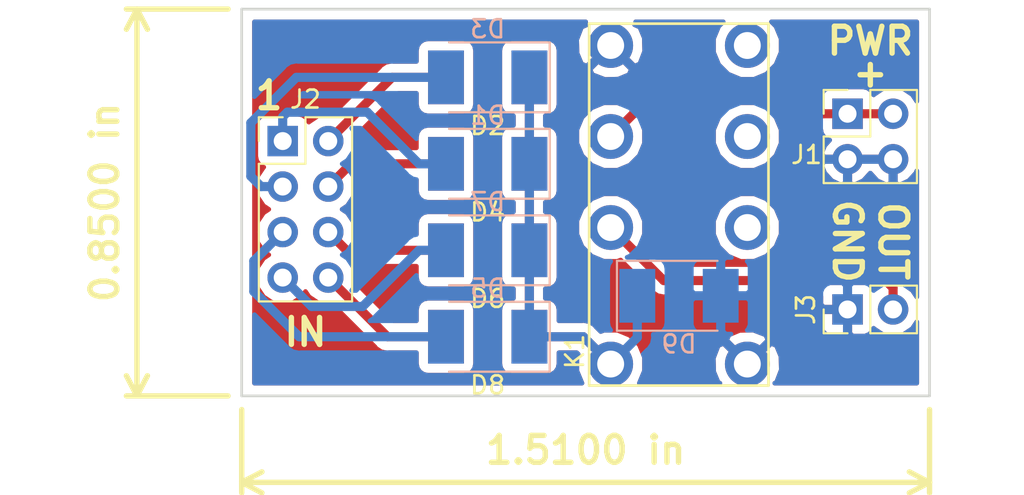
<source format=kicad_pcb>
(kicad_pcb (version 20171130) (host pcbnew 5.0.1)

  (general
    (thickness 1.6)
    (drawings 12)
    (tracks 50)
    (zones 0)
    (modules 13)
    (nets 13)
  )

  (page A4)
  (layers
    (0 F.Cu signal)
    (31 B.Cu signal)
    (32 B.Adhes user)
    (33 F.Adhes user)
    (34 B.Paste user)
    (35 F.Paste user)
    (36 B.SilkS user)
    (37 F.SilkS user)
    (38 B.Mask user)
    (39 F.Mask user)
    (40 Dwgs.User user)
    (41 Cmts.User user)
    (42 Eco1.User user)
    (43 Eco2.User user)
    (44 Edge.Cuts user)
    (45 Margin user)
    (46 B.CrtYd user)
    (47 F.CrtYd user)
    (48 B.Fab user)
    (49 F.Fab user)
  )

  (setup
    (last_trace_width 0.508)
    (trace_clearance 0.508)
    (zone_clearance 0.508)
    (zone_45_only no)
    (trace_min 0.2)
    (segment_width 0.2)
    (edge_width 0.15)
    (via_size 0.6858)
    (via_drill 0.3302)
    (via_min_size 0.4)
    (via_min_drill 0.3)
    (uvia_size 0.6858)
    (uvia_drill 0.3302)
    (uvias_allowed no)
    (uvia_min_size 0.2)
    (uvia_min_drill 0.1)
    (pcb_text_width 0.3)
    (pcb_text_size 1.5 1.5)
    (mod_edge_width 0.15)
    (mod_text_size 1 1)
    (mod_text_width 0.15)
    (pad_size 1.524 1.524)
    (pad_drill 0.762)
    (pad_to_mask_clearance 0.051)
    (solder_mask_min_width 0.25)
    (aux_axis_origin 0 0)
    (visible_elements FFFFFF7F)
    (pcbplotparams
      (layerselection 0x010fc_ffffffff)
      (usegerberextensions false)
      (usegerberattributes false)
      (usegerberadvancedattributes false)
      (creategerberjobfile false)
      (excludeedgelayer true)
      (linewidth 0.100000)
      (plotframeref false)
      (viasonmask false)
      (mode 1)
      (useauxorigin false)
      (hpglpennumber 1)
      (hpglpenspeed 20)
      (hpglpendiameter 15.000000)
      (psnegative false)
      (psa4output false)
      (plotreference true)
      (plotvalue true)
      (plotinvisibletext false)
      (padsonsilk false)
      (subtractmaskfromsilk false)
      (outputformat 1)
      (mirror false)
      (drillshape 1)
      (scaleselection 1)
      (outputdirectory ""))
  )

  (net 0 "")
  (net 1 "Net-(D1-Pad2)")
  (net 2 "Net-(D1-Pad1)")
  (net 3 "Net-(D2-Pad2)")
  (net 4 "Net-(D3-Pad2)")
  (net 5 "Net-(D4-Pad2)")
  (net 6 "Net-(D5-Pad2)")
  (net 7 "Net-(D6-Pad2)")
  (net 8 "Net-(D7-Pad2)")
  (net 9 "Net-(D8-Pad2)")
  (net 10 GND)
  (net 11 +12V)
  (net 12 "Net-(J3-Pad2)")

  (net_class Default "This is the default net class."
    (clearance 0.508)
    (trace_width 0.508)
    (via_dia 0.6858)
    (via_drill 0.3302)
    (uvia_dia 0.6858)
    (uvia_drill 0.3302)
    (add_net +12V)
    (add_net GND)
    (add_net "Net-(D1-Pad1)")
    (add_net "Net-(D1-Pad2)")
    (add_net "Net-(D2-Pad2)")
    (add_net "Net-(D3-Pad2)")
    (add_net "Net-(D4-Pad2)")
    (add_net "Net-(D5-Pad2)")
    (add_net "Net-(D6-Pad2)")
    (add_net "Net-(D7-Pad2)")
    (add_net "Net-(D8-Pad2)")
    (add_net "Net-(J3-Pad2)")
  )

  (module hk19f:Relay_DPDT_HK19F (layer F.Cu) (tedit 5A500469) (tstamp 5C26294E)
    (at 158.496 112.776 90)
    (path /5C26B097)
    (fp_text reference K1 (at 0.7 -2 90) (layer F.SilkS)
      (effects (font (size 1 1) (thickness 0.15)))
    )
    (fp_text value HK19F (at 5.7 9.7 270) (layer F.Fab)
      (effects (font (size 1 1) (thickness 0.15)))
    )
    (fp_line (start 7.62 1.524) (end 7.62 2.54) (layer F.Fab) (width 0.15))
    (fp_line (start 7.62 2.54) (end 12.954 2.032) (layer F.Fab) (width 0.15))
    (fp_line (start 12.7 3.302) (end 12.7 2.794) (layer F.Fab) (width 0.15))
    (fp_line (start 12.7 4.318) (end 12.7 4.826) (layer F.Fab) (width 0.15))
    (fp_line (start 17.78 4.318) (end 17.78 6.096) (layer F.Fab) (width 0.15))
    (fp_line (start 17.78 1.524) (end 17.78 3.302) (layer F.Fab) (width 0.15))
    (fp_line (start 7.62 5.08) (end 12.954 5.588) (layer F.Fab) (width 0.15))
    (fp_line (start 7.62 6.096) (end 7.62 5.08) (layer F.Fab) (width 0.15))
    (fp_line (start 12.7 3.302) (end 17.78 3.302) (layer F.Fab) (width 0.15))
    (fp_line (start 12.7 4.318) (end 17.78 4.318) (layer F.Fab) (width 0.15))
    (fp_line (start 12.7 6.096) (end 12.7 5.588) (layer F.Fab) (width 0.15))
    (fp_line (start 12.7 1.524) (end 12.7 2.032) (layer F.Fab) (width 0.15))
    (fp_line (start 0 5.08) (end 0 5.715) (layer F.Fab) (width 0.15))
    (fp_arc (start 0 4.445) (end 0 5.08) (angle 90) (layer F.Fab) (width 0.15))
    (fp_arc (start 0 4.445) (end -0.635 4.445) (angle 90) (layer F.Fab) (width 0.15))
    (fp_arc (start 0 3.175) (end 0 3.81) (angle 90) (layer F.Fab) (width 0.15))
    (fp_arc (start 0 3.175) (end -0.635 3.175) (angle 90) (layer F.Fab) (width 0.15))
    (fp_line (start 0 1.905) (end 0 2.54) (layer F.Fab) (width 0.15))
    (fp_line (start -1.2 -1.2) (end -1.2 8.8) (layer F.SilkS) (width 0.15))
    (fp_line (start -1.2 8.8) (end 19 8.8) (layer F.SilkS) (width 0.15))
    (fp_line (start 19 8.8) (end 19 -1.2) (layer F.SilkS) (width 0.15))
    (fp_line (start 19 -1.2) (end -1.2 -1.2) (layer F.SilkS) (width 0.15))
    (pad 9 thru_hole circle (at 17.78 7.62 90) (size 2.5 2.5) (drill 1.5) (layers *.Cu *.Mask))
    (pad 11 thru_hole circle (at 12.7 7.62 90) (size 2.5 2.5) (drill 1.5) (layers *.Cu *.Mask))
    (pad 8 thru_hole circle (at 17.78 0 90) (size 2.5 2.5) (drill 1.5) (layers *.Cu *.Mask)
      (net 10 GND))
    (pad 6 thru_hole circle (at 12.7 0 90) (size 2.5 2.5) (drill 1.5) (layers *.Cu *.Mask)
      (net 11 +12V))
    (pad 13 thru_hole circle (at 7.62 7.62 90) (size 2.5 2.5) (drill 1.5) (layers *.Cu *.Mask))
    (pad 4 thru_hole circle (at 7.62 0 90) (size 2.5 2.5) (drill 1.5) (layers *.Cu *.Mask)
      (net 12 "Net-(J3-Pad2)"))
    (pad 16 thru_hole circle (at 0 7.62 90) (size 2.5 2.5) (drill 1.5) (layers *.Cu *.Mask)
      (net 10 GND))
    (pad 1 thru_hole circle (at 0 0 90) (size 2.5 2.5) (drill 1.5) (layers *.Cu *.Mask)
      (net 2 "Net-(D1-Pad1)"))
  )

  (module Diodes_SMD:D_2114 (layer B.Cu) (tedit 590CF38C) (tstamp 5C262D44)
    (at 151.638 101.6 180)
    (descr "Diode SMD 2114, reflow soldering http://datasheets.avx.com/schottky.pdf")
    (tags "Diode 2114")
    (path /5C262F0E)
    (attr smd)
    (fp_text reference D1 (at 0 2.7 180) (layer B.SilkS)
      (effects (font (size 1 1) (thickness 0.15)) (justify mirror))
    )
    (fp_text value D (at 0 -2.8 180) (layer B.Fab)
      (effects (font (size 1 1) (thickness 0.15)) (justify mirror))
    )
    (fp_line (start 2.6 -1.8) (end 2.6 1.8) (layer B.Fab) (width 0.1))
    (fp_line (start 2.6 -1.8) (end -2.6 -1.8) (layer B.Fab) (width 0.1))
    (fp_line (start -3.46 1.95) (end 2.15 1.95) (layer B.SilkS) (width 0.12))
    (fp_line (start -3.46 -1.95) (end 2.15 -1.95) (layer B.SilkS) (width 0.12))
    (fp_line (start -0.64944 -0.00102) (end 0.50118 0.79908) (layer B.Fab) (width 0.1))
    (fp_line (start -0.64944 -0.00102) (end 0.50118 -0.75032) (layer B.Fab) (width 0.1))
    (fp_line (start 0.50118 -0.75032) (end 0.50118 0.79908) (layer B.Fab) (width 0.1))
    (fp_line (start -0.64944 0.79908) (end -0.64944 -0.80112) (layer B.Fab) (width 0.1))
    (fp_line (start 0.50118 -0.00102) (end 1.4994 -0.00102) (layer B.Fab) (width 0.1))
    (fp_line (start -0.64944 -0.00102) (end -1.55114 -0.00102) (layer B.Fab) (width 0.1))
    (fp_line (start -3.61 -2.1) (end -3.61 2.1) (layer B.CrtYd) (width 0.05))
    (fp_line (start 3.61 -2.1) (end -3.61 -2.1) (layer B.CrtYd) (width 0.05))
    (fp_line (start 3.61 2.1) (end 3.61 -2.1) (layer B.CrtYd) (width 0.05))
    (fp_line (start -3.61 2.1) (end 3.61 2.1) (layer B.CrtYd) (width 0.05))
    (fp_line (start 2.6 1.8) (end -2.6 1.8) (layer B.Fab) (width 0.1))
    (fp_line (start -2.6 -1.8) (end -2.6 1.8) (layer B.Fab) (width 0.1))
    (fp_line (start -3.46 1.95) (end -3.46 -1.95) (layer B.SilkS) (width 0.12))
    (fp_text user %R (at 0 2.7 180) (layer B.Fab)
      (effects (font (size 1 1) (thickness 0.15)) (justify mirror))
    )
    (pad 2 smd rect (at 2.325 0 180) (size 2 3) (layers B.Cu B.Paste B.Mask)
      (net 1 "Net-(D1-Pad2)"))
    (pad 1 smd rect (at -2.325 0 180) (size 2 3) (layers B.Cu B.Paste B.Mask)
      (net 2 "Net-(D1-Pad1)"))
    (model ${KISYS3DMOD}/Diodes_SMD.3dshapes/D_2114.wrl
      (at (xyz 0 0 0))
      (scale (xyz 1 1 1))
      (rotate (xyz 0 0 0))
    )
  )

  (module Diodes_SMD:D_2114 (layer F.Cu) (tedit 590CF38C) (tstamp 5C262D5C)
    (at 151.638 96.774 180)
    (descr "Diode SMD 2114, reflow soldering http://datasheets.avx.com/schottky.pdf")
    (tags "Diode 2114")
    (path /5C262FA4)
    (attr smd)
    (fp_text reference D2 (at 0 -2.7 180) (layer F.SilkS)
      (effects (font (size 1 1) (thickness 0.15)))
    )
    (fp_text value D (at 0 2.8 180) (layer F.Fab)
      (effects (font (size 1 1) (thickness 0.15)))
    )
    (fp_text user %R (at 0 -2.7 180) (layer F.Fab)
      (effects (font (size 1 1) (thickness 0.15)))
    )
    (fp_line (start -3.46 -1.95) (end -3.46 1.95) (layer F.SilkS) (width 0.12))
    (fp_line (start -2.6 1.8) (end -2.6 -1.8) (layer F.Fab) (width 0.1))
    (fp_line (start 2.6 -1.8) (end -2.6 -1.8) (layer F.Fab) (width 0.1))
    (fp_line (start -3.61 -2.1) (end 3.61 -2.1) (layer F.CrtYd) (width 0.05))
    (fp_line (start 3.61 -2.1) (end 3.61 2.1) (layer F.CrtYd) (width 0.05))
    (fp_line (start 3.61 2.1) (end -3.61 2.1) (layer F.CrtYd) (width 0.05))
    (fp_line (start -3.61 2.1) (end -3.61 -2.1) (layer F.CrtYd) (width 0.05))
    (fp_line (start -0.64944 0.00102) (end -1.55114 0.00102) (layer F.Fab) (width 0.1))
    (fp_line (start 0.50118 0.00102) (end 1.4994 0.00102) (layer F.Fab) (width 0.1))
    (fp_line (start -0.64944 -0.79908) (end -0.64944 0.80112) (layer F.Fab) (width 0.1))
    (fp_line (start 0.50118 0.75032) (end 0.50118 -0.79908) (layer F.Fab) (width 0.1))
    (fp_line (start -0.64944 0.00102) (end 0.50118 0.75032) (layer F.Fab) (width 0.1))
    (fp_line (start -0.64944 0.00102) (end 0.50118 -0.79908) (layer F.Fab) (width 0.1))
    (fp_line (start -3.46 1.95) (end 2.15 1.95) (layer F.SilkS) (width 0.12))
    (fp_line (start -3.46 -1.95) (end 2.15 -1.95) (layer F.SilkS) (width 0.12))
    (fp_line (start 2.6 1.8) (end -2.6 1.8) (layer F.Fab) (width 0.1))
    (fp_line (start 2.6 1.8) (end 2.6 -1.8) (layer F.Fab) (width 0.1))
    (pad 1 smd rect (at -2.325 0 180) (size 2 3) (layers F.Cu F.Paste F.Mask)
      (net 2 "Net-(D1-Pad1)"))
    (pad 2 smd rect (at 2.325 0 180) (size 2 3) (layers F.Cu F.Paste F.Mask)
      (net 3 "Net-(D2-Pad2)"))
    (model ${KISYS3DMOD}/Diodes_SMD.3dshapes/D_2114.wrl
      (at (xyz 0 0 0))
      (scale (xyz 1 1 1))
      (rotate (xyz 0 0 0))
    )
  )

  (module Diodes_SMD:D_2114 (layer B.Cu) (tedit 590CF38C) (tstamp 5C262D74)
    (at 151.638 96.774 180)
    (descr "Diode SMD 2114, reflow soldering http://datasheets.avx.com/schottky.pdf")
    (tags "Diode 2114")
    (path /5C262FC2)
    (attr smd)
    (fp_text reference D3 (at 0 2.7 180) (layer B.SilkS)
      (effects (font (size 1 1) (thickness 0.15)) (justify mirror))
    )
    (fp_text value D (at 0 -2.8 180) (layer B.Fab)
      (effects (font (size 1 1) (thickness 0.15)) (justify mirror))
    )
    (fp_line (start 2.6 -1.8) (end 2.6 1.8) (layer B.Fab) (width 0.1))
    (fp_line (start 2.6 -1.8) (end -2.6 -1.8) (layer B.Fab) (width 0.1))
    (fp_line (start -3.46 1.95) (end 2.15 1.95) (layer B.SilkS) (width 0.12))
    (fp_line (start -3.46 -1.95) (end 2.15 -1.95) (layer B.SilkS) (width 0.12))
    (fp_line (start -0.64944 -0.00102) (end 0.50118 0.79908) (layer B.Fab) (width 0.1))
    (fp_line (start -0.64944 -0.00102) (end 0.50118 -0.75032) (layer B.Fab) (width 0.1))
    (fp_line (start 0.50118 -0.75032) (end 0.50118 0.79908) (layer B.Fab) (width 0.1))
    (fp_line (start -0.64944 0.79908) (end -0.64944 -0.80112) (layer B.Fab) (width 0.1))
    (fp_line (start 0.50118 -0.00102) (end 1.4994 -0.00102) (layer B.Fab) (width 0.1))
    (fp_line (start -0.64944 -0.00102) (end -1.55114 -0.00102) (layer B.Fab) (width 0.1))
    (fp_line (start -3.61 -2.1) (end -3.61 2.1) (layer B.CrtYd) (width 0.05))
    (fp_line (start 3.61 -2.1) (end -3.61 -2.1) (layer B.CrtYd) (width 0.05))
    (fp_line (start 3.61 2.1) (end 3.61 -2.1) (layer B.CrtYd) (width 0.05))
    (fp_line (start -3.61 2.1) (end 3.61 2.1) (layer B.CrtYd) (width 0.05))
    (fp_line (start 2.6 1.8) (end -2.6 1.8) (layer B.Fab) (width 0.1))
    (fp_line (start -2.6 -1.8) (end -2.6 1.8) (layer B.Fab) (width 0.1))
    (fp_line (start -3.46 1.95) (end -3.46 -1.95) (layer B.SilkS) (width 0.12))
    (fp_text user %R (at 0 2.7 180) (layer B.Fab)
      (effects (font (size 1 1) (thickness 0.15)) (justify mirror))
    )
    (pad 2 smd rect (at 2.325 0 180) (size 2 3) (layers B.Cu B.Paste B.Mask)
      (net 4 "Net-(D3-Pad2)"))
    (pad 1 smd rect (at -2.325 0 180) (size 2 3) (layers B.Cu B.Paste B.Mask)
      (net 2 "Net-(D1-Pad1)"))
    (model ${KISYS3DMOD}/Diodes_SMD.3dshapes/D_2114.wrl
      (at (xyz 0 0 0))
      (scale (xyz 1 1 1))
      (rotate (xyz 0 0 0))
    )
  )

  (module Diodes_SMD:D_2114 (layer F.Cu) (tedit 590CF38C) (tstamp 5C262D8C)
    (at 151.638 101.6 180)
    (descr "Diode SMD 2114, reflow soldering http://datasheets.avx.com/schottky.pdf")
    (tags "Diode 2114")
    (path /5C262FDE)
    (attr smd)
    (fp_text reference D4 (at 0 -2.7 180) (layer F.SilkS)
      (effects (font (size 1 1) (thickness 0.15)))
    )
    (fp_text value D (at 0 2.8 180) (layer F.Fab)
      (effects (font (size 1 1) (thickness 0.15)))
    )
    (fp_text user %R (at 0 -2.7 180) (layer F.Fab)
      (effects (font (size 1 1) (thickness 0.15)))
    )
    (fp_line (start -3.46 -1.95) (end -3.46 1.95) (layer F.SilkS) (width 0.12))
    (fp_line (start -2.6 1.8) (end -2.6 -1.8) (layer F.Fab) (width 0.1))
    (fp_line (start 2.6 -1.8) (end -2.6 -1.8) (layer F.Fab) (width 0.1))
    (fp_line (start -3.61 -2.1) (end 3.61 -2.1) (layer F.CrtYd) (width 0.05))
    (fp_line (start 3.61 -2.1) (end 3.61 2.1) (layer F.CrtYd) (width 0.05))
    (fp_line (start 3.61 2.1) (end -3.61 2.1) (layer F.CrtYd) (width 0.05))
    (fp_line (start -3.61 2.1) (end -3.61 -2.1) (layer F.CrtYd) (width 0.05))
    (fp_line (start -0.64944 0.00102) (end -1.55114 0.00102) (layer F.Fab) (width 0.1))
    (fp_line (start 0.50118 0.00102) (end 1.4994 0.00102) (layer F.Fab) (width 0.1))
    (fp_line (start -0.64944 -0.79908) (end -0.64944 0.80112) (layer F.Fab) (width 0.1))
    (fp_line (start 0.50118 0.75032) (end 0.50118 -0.79908) (layer F.Fab) (width 0.1))
    (fp_line (start -0.64944 0.00102) (end 0.50118 0.75032) (layer F.Fab) (width 0.1))
    (fp_line (start -0.64944 0.00102) (end 0.50118 -0.79908) (layer F.Fab) (width 0.1))
    (fp_line (start -3.46 1.95) (end 2.15 1.95) (layer F.SilkS) (width 0.12))
    (fp_line (start -3.46 -1.95) (end 2.15 -1.95) (layer F.SilkS) (width 0.12))
    (fp_line (start 2.6 1.8) (end -2.6 1.8) (layer F.Fab) (width 0.1))
    (fp_line (start 2.6 1.8) (end 2.6 -1.8) (layer F.Fab) (width 0.1))
    (pad 1 smd rect (at -2.325 0 180) (size 2 3) (layers F.Cu F.Paste F.Mask)
      (net 2 "Net-(D1-Pad1)"))
    (pad 2 smd rect (at 2.325 0 180) (size 2 3) (layers F.Cu F.Paste F.Mask)
      (net 5 "Net-(D4-Pad2)"))
    (model ${KISYS3DMOD}/Diodes_SMD.3dshapes/D_2114.wrl
      (at (xyz 0 0 0))
      (scale (xyz 1 1 1))
      (rotate (xyz 0 0 0))
    )
  )

  (module Diodes_SMD:D_2114 (layer B.Cu) (tedit 590CF38C) (tstamp 5C262DA4)
    (at 151.638 111.252 180)
    (descr "Diode SMD 2114, reflow soldering http://datasheets.avx.com/schottky.pdf")
    (tags "Diode 2114")
    (path /5C262FFC)
    (attr smd)
    (fp_text reference D5 (at 0 2.7 180) (layer B.SilkS)
      (effects (font (size 1 1) (thickness 0.15)) (justify mirror))
    )
    (fp_text value D (at 0 -2.8 180) (layer B.Fab)
      (effects (font (size 1 1) (thickness 0.15)) (justify mirror))
    )
    (fp_line (start 2.6 -1.8) (end 2.6 1.8) (layer B.Fab) (width 0.1))
    (fp_line (start 2.6 -1.8) (end -2.6 -1.8) (layer B.Fab) (width 0.1))
    (fp_line (start -3.46 1.95) (end 2.15 1.95) (layer B.SilkS) (width 0.12))
    (fp_line (start -3.46 -1.95) (end 2.15 -1.95) (layer B.SilkS) (width 0.12))
    (fp_line (start -0.64944 -0.00102) (end 0.50118 0.79908) (layer B.Fab) (width 0.1))
    (fp_line (start -0.64944 -0.00102) (end 0.50118 -0.75032) (layer B.Fab) (width 0.1))
    (fp_line (start 0.50118 -0.75032) (end 0.50118 0.79908) (layer B.Fab) (width 0.1))
    (fp_line (start -0.64944 0.79908) (end -0.64944 -0.80112) (layer B.Fab) (width 0.1))
    (fp_line (start 0.50118 -0.00102) (end 1.4994 -0.00102) (layer B.Fab) (width 0.1))
    (fp_line (start -0.64944 -0.00102) (end -1.55114 -0.00102) (layer B.Fab) (width 0.1))
    (fp_line (start -3.61 -2.1) (end -3.61 2.1) (layer B.CrtYd) (width 0.05))
    (fp_line (start 3.61 -2.1) (end -3.61 -2.1) (layer B.CrtYd) (width 0.05))
    (fp_line (start 3.61 2.1) (end 3.61 -2.1) (layer B.CrtYd) (width 0.05))
    (fp_line (start -3.61 2.1) (end 3.61 2.1) (layer B.CrtYd) (width 0.05))
    (fp_line (start 2.6 1.8) (end -2.6 1.8) (layer B.Fab) (width 0.1))
    (fp_line (start -2.6 -1.8) (end -2.6 1.8) (layer B.Fab) (width 0.1))
    (fp_line (start -3.46 1.95) (end -3.46 -1.95) (layer B.SilkS) (width 0.12))
    (fp_text user %R (at 0 2.7 180) (layer B.Fab)
      (effects (font (size 1 1) (thickness 0.15)) (justify mirror))
    )
    (pad 2 smd rect (at 2.325 0 180) (size 2 3) (layers B.Cu B.Paste B.Mask)
      (net 6 "Net-(D5-Pad2)"))
    (pad 1 smd rect (at -2.325 0 180) (size 2 3) (layers B.Cu B.Paste B.Mask)
      (net 2 "Net-(D1-Pad1)"))
    (model ${KISYS3DMOD}/Diodes_SMD.3dshapes/D_2114.wrl
      (at (xyz 0 0 0))
      (scale (xyz 1 1 1))
      (rotate (xyz 0 0 0))
    )
  )

  (module Diodes_SMD:D_2114 (layer F.Cu) (tedit 590CF38C) (tstamp 5C262DBC)
    (at 151.638 106.426 180)
    (descr "Diode SMD 2114, reflow soldering http://datasheets.avx.com/schottky.pdf")
    (tags "Diode 2114")
    (path /5C263020)
    (attr smd)
    (fp_text reference D6 (at 0 -2.7 180) (layer F.SilkS)
      (effects (font (size 1 1) (thickness 0.15)))
    )
    (fp_text value D (at 0 2.8 180) (layer F.Fab)
      (effects (font (size 1 1) (thickness 0.15)))
    )
    (fp_text user %R (at 0 -2.7 180) (layer F.Fab)
      (effects (font (size 1 1) (thickness 0.15)))
    )
    (fp_line (start -3.46 -1.95) (end -3.46 1.95) (layer F.SilkS) (width 0.12))
    (fp_line (start -2.6 1.8) (end -2.6 -1.8) (layer F.Fab) (width 0.1))
    (fp_line (start 2.6 -1.8) (end -2.6 -1.8) (layer F.Fab) (width 0.1))
    (fp_line (start -3.61 -2.1) (end 3.61 -2.1) (layer F.CrtYd) (width 0.05))
    (fp_line (start 3.61 -2.1) (end 3.61 2.1) (layer F.CrtYd) (width 0.05))
    (fp_line (start 3.61 2.1) (end -3.61 2.1) (layer F.CrtYd) (width 0.05))
    (fp_line (start -3.61 2.1) (end -3.61 -2.1) (layer F.CrtYd) (width 0.05))
    (fp_line (start -0.64944 0.00102) (end -1.55114 0.00102) (layer F.Fab) (width 0.1))
    (fp_line (start 0.50118 0.00102) (end 1.4994 0.00102) (layer F.Fab) (width 0.1))
    (fp_line (start -0.64944 -0.79908) (end -0.64944 0.80112) (layer F.Fab) (width 0.1))
    (fp_line (start 0.50118 0.75032) (end 0.50118 -0.79908) (layer F.Fab) (width 0.1))
    (fp_line (start -0.64944 0.00102) (end 0.50118 0.75032) (layer F.Fab) (width 0.1))
    (fp_line (start -0.64944 0.00102) (end 0.50118 -0.79908) (layer F.Fab) (width 0.1))
    (fp_line (start -3.46 1.95) (end 2.15 1.95) (layer F.SilkS) (width 0.12))
    (fp_line (start -3.46 -1.95) (end 2.15 -1.95) (layer F.SilkS) (width 0.12))
    (fp_line (start 2.6 1.8) (end -2.6 1.8) (layer F.Fab) (width 0.1))
    (fp_line (start 2.6 1.8) (end 2.6 -1.8) (layer F.Fab) (width 0.1))
    (pad 1 smd rect (at -2.325 0 180) (size 2 3) (layers F.Cu F.Paste F.Mask)
      (net 2 "Net-(D1-Pad1)"))
    (pad 2 smd rect (at 2.325 0 180) (size 2 3) (layers F.Cu F.Paste F.Mask)
      (net 7 "Net-(D6-Pad2)"))
    (model ${KISYS3DMOD}/Diodes_SMD.3dshapes/D_2114.wrl
      (at (xyz 0 0 0))
      (scale (xyz 1 1 1))
      (rotate (xyz 0 0 0))
    )
  )

  (module Diodes_SMD:D_2114 (layer B.Cu) (tedit 590CF38C) (tstamp 5C262DD4)
    (at 151.638 106.426 180)
    (descr "Diode SMD 2114, reflow soldering http://datasheets.avx.com/schottky.pdf")
    (tags "Diode 2114")
    (path /5C263042)
    (attr smd)
    (fp_text reference D7 (at 0 2.7 180) (layer B.SilkS)
      (effects (font (size 1 1) (thickness 0.15)) (justify mirror))
    )
    (fp_text value D (at 0 -2.8 180) (layer B.Fab)
      (effects (font (size 1 1) (thickness 0.15)) (justify mirror))
    )
    (fp_line (start 2.6 -1.8) (end 2.6 1.8) (layer B.Fab) (width 0.1))
    (fp_line (start 2.6 -1.8) (end -2.6 -1.8) (layer B.Fab) (width 0.1))
    (fp_line (start -3.46 1.95) (end 2.15 1.95) (layer B.SilkS) (width 0.12))
    (fp_line (start -3.46 -1.95) (end 2.15 -1.95) (layer B.SilkS) (width 0.12))
    (fp_line (start -0.64944 -0.00102) (end 0.50118 0.79908) (layer B.Fab) (width 0.1))
    (fp_line (start -0.64944 -0.00102) (end 0.50118 -0.75032) (layer B.Fab) (width 0.1))
    (fp_line (start 0.50118 -0.75032) (end 0.50118 0.79908) (layer B.Fab) (width 0.1))
    (fp_line (start -0.64944 0.79908) (end -0.64944 -0.80112) (layer B.Fab) (width 0.1))
    (fp_line (start 0.50118 -0.00102) (end 1.4994 -0.00102) (layer B.Fab) (width 0.1))
    (fp_line (start -0.64944 -0.00102) (end -1.55114 -0.00102) (layer B.Fab) (width 0.1))
    (fp_line (start -3.61 -2.1) (end -3.61 2.1) (layer B.CrtYd) (width 0.05))
    (fp_line (start 3.61 -2.1) (end -3.61 -2.1) (layer B.CrtYd) (width 0.05))
    (fp_line (start 3.61 2.1) (end 3.61 -2.1) (layer B.CrtYd) (width 0.05))
    (fp_line (start -3.61 2.1) (end 3.61 2.1) (layer B.CrtYd) (width 0.05))
    (fp_line (start 2.6 1.8) (end -2.6 1.8) (layer B.Fab) (width 0.1))
    (fp_line (start -2.6 -1.8) (end -2.6 1.8) (layer B.Fab) (width 0.1))
    (fp_line (start -3.46 1.95) (end -3.46 -1.95) (layer B.SilkS) (width 0.12))
    (fp_text user %R (at 0 2.7 180) (layer B.Fab)
      (effects (font (size 1 1) (thickness 0.15)) (justify mirror))
    )
    (pad 2 smd rect (at 2.325 0 180) (size 2 3) (layers B.Cu B.Paste B.Mask)
      (net 8 "Net-(D7-Pad2)"))
    (pad 1 smd rect (at -2.325 0 180) (size 2 3) (layers B.Cu B.Paste B.Mask)
      (net 2 "Net-(D1-Pad1)"))
    (model ${KISYS3DMOD}/Diodes_SMD.3dshapes/D_2114.wrl
      (at (xyz 0 0 0))
      (scale (xyz 1 1 1))
      (rotate (xyz 0 0 0))
    )
  )

  (module Diodes_SMD:D_2114 (layer F.Cu) (tedit 590CF38C) (tstamp 5C262DEC)
    (at 151.638 111.252 180)
    (descr "Diode SMD 2114, reflow soldering http://datasheets.avx.com/schottky.pdf")
    (tags "Diode 2114")
    (path /5C263066)
    (attr smd)
    (fp_text reference D8 (at 0 -2.7 180) (layer F.SilkS)
      (effects (font (size 1 1) (thickness 0.15)))
    )
    (fp_text value D (at 0 2.8 180) (layer F.Fab)
      (effects (font (size 1 1) (thickness 0.15)))
    )
    (fp_text user %R (at 0 -2.7 180) (layer F.Fab)
      (effects (font (size 1 1) (thickness 0.15)))
    )
    (fp_line (start -3.46 -1.95) (end -3.46 1.95) (layer F.SilkS) (width 0.12))
    (fp_line (start -2.6 1.8) (end -2.6 -1.8) (layer F.Fab) (width 0.1))
    (fp_line (start 2.6 -1.8) (end -2.6 -1.8) (layer F.Fab) (width 0.1))
    (fp_line (start -3.61 -2.1) (end 3.61 -2.1) (layer F.CrtYd) (width 0.05))
    (fp_line (start 3.61 -2.1) (end 3.61 2.1) (layer F.CrtYd) (width 0.05))
    (fp_line (start 3.61 2.1) (end -3.61 2.1) (layer F.CrtYd) (width 0.05))
    (fp_line (start -3.61 2.1) (end -3.61 -2.1) (layer F.CrtYd) (width 0.05))
    (fp_line (start -0.64944 0.00102) (end -1.55114 0.00102) (layer F.Fab) (width 0.1))
    (fp_line (start 0.50118 0.00102) (end 1.4994 0.00102) (layer F.Fab) (width 0.1))
    (fp_line (start -0.64944 -0.79908) (end -0.64944 0.80112) (layer F.Fab) (width 0.1))
    (fp_line (start 0.50118 0.75032) (end 0.50118 -0.79908) (layer F.Fab) (width 0.1))
    (fp_line (start -0.64944 0.00102) (end 0.50118 0.75032) (layer F.Fab) (width 0.1))
    (fp_line (start -0.64944 0.00102) (end 0.50118 -0.79908) (layer F.Fab) (width 0.1))
    (fp_line (start -3.46 1.95) (end 2.15 1.95) (layer F.SilkS) (width 0.12))
    (fp_line (start -3.46 -1.95) (end 2.15 -1.95) (layer F.SilkS) (width 0.12))
    (fp_line (start 2.6 1.8) (end -2.6 1.8) (layer F.Fab) (width 0.1))
    (fp_line (start 2.6 1.8) (end 2.6 -1.8) (layer F.Fab) (width 0.1))
    (pad 1 smd rect (at -2.325 0 180) (size 2 3) (layers F.Cu F.Paste F.Mask)
      (net 2 "Net-(D1-Pad1)"))
    (pad 2 smd rect (at 2.325 0 180) (size 2 3) (layers F.Cu F.Paste F.Mask)
      (net 9 "Net-(D8-Pad2)"))
    (model ${KISYS3DMOD}/Diodes_SMD.3dshapes/D_2114.wrl
      (at (xyz 0 0 0))
      (scale (xyz 1 1 1))
      (rotate (xyz 0 0 0))
    )
  )

  (module Pin_Headers:Pin_Header_Straight_2x02_Pitch2.54mm (layer F.Cu) (tedit 59650532) (tstamp 5C262E06)
    (at 171.704 98.806)
    (descr "Through hole straight pin header, 2x02, 2.54mm pitch, double rows")
    (tags "Through hole pin header THT 2x02 2.54mm double row")
    (path /5C264899)
    (fp_text reference J1 (at -2.286 2.286) (layer F.SilkS)
      (effects (font (size 1 1) (thickness 0.15)))
    )
    (fp_text value Conn_02x02_Odd_Even (at 1.27 4.87) (layer F.Fab)
      (effects (font (size 1 1) (thickness 0.15)))
    )
    (fp_text user %R (at 1.27 1.27 90) (layer F.Fab)
      (effects (font (size 1 1) (thickness 0.15)))
    )
    (fp_line (start 4.35 -1.8) (end -1.8 -1.8) (layer F.CrtYd) (width 0.05))
    (fp_line (start 4.35 4.35) (end 4.35 -1.8) (layer F.CrtYd) (width 0.05))
    (fp_line (start -1.8 4.35) (end 4.35 4.35) (layer F.CrtYd) (width 0.05))
    (fp_line (start -1.8 -1.8) (end -1.8 4.35) (layer F.CrtYd) (width 0.05))
    (fp_line (start -1.33 -1.33) (end 0 -1.33) (layer F.SilkS) (width 0.12))
    (fp_line (start -1.33 0) (end -1.33 -1.33) (layer F.SilkS) (width 0.12))
    (fp_line (start 1.27 -1.33) (end 3.87 -1.33) (layer F.SilkS) (width 0.12))
    (fp_line (start 1.27 1.27) (end 1.27 -1.33) (layer F.SilkS) (width 0.12))
    (fp_line (start -1.33 1.27) (end 1.27 1.27) (layer F.SilkS) (width 0.12))
    (fp_line (start 3.87 -1.33) (end 3.87 3.87) (layer F.SilkS) (width 0.12))
    (fp_line (start -1.33 1.27) (end -1.33 3.87) (layer F.SilkS) (width 0.12))
    (fp_line (start -1.33 3.87) (end 3.87 3.87) (layer F.SilkS) (width 0.12))
    (fp_line (start -1.27 0) (end 0 -1.27) (layer F.Fab) (width 0.1))
    (fp_line (start -1.27 3.81) (end -1.27 0) (layer F.Fab) (width 0.1))
    (fp_line (start 3.81 3.81) (end -1.27 3.81) (layer F.Fab) (width 0.1))
    (fp_line (start 3.81 -1.27) (end 3.81 3.81) (layer F.Fab) (width 0.1))
    (fp_line (start 0 -1.27) (end 3.81 -1.27) (layer F.Fab) (width 0.1))
    (pad 4 thru_hole oval (at 2.54 2.54) (size 1.7 1.7) (drill 1) (layers *.Cu *.Mask)
      (net 10 GND))
    (pad 3 thru_hole oval (at 0 2.54) (size 1.7 1.7) (drill 1) (layers *.Cu *.Mask)
      (net 10 GND))
    (pad 2 thru_hole oval (at 2.54 0) (size 1.7 1.7) (drill 1) (layers *.Cu *.Mask)
      (net 11 +12V))
    (pad 1 thru_hole rect (at 0 0) (size 1.7 1.7) (drill 1) (layers *.Cu *.Mask)
      (net 11 +12V))
    (model ${KISYS3DMOD}/Pin_Headers.3dshapes/Pin_Header_Straight_2x02_Pitch2.54mm.wrl
      (at (xyz 0 0 0))
      (scale (xyz 1 1 1))
      (rotate (xyz 0 0 0))
    )
  )

  (module Pin_Headers:Pin_Header_Straight_2x04_Pitch2.54mm (layer F.Cu) (tedit 59650532) (tstamp 5C262E24)
    (at 140.208 100.33)
    (descr "Through hole straight pin header, 2x04, 2.54mm pitch, double rows")
    (tags "Through hole pin header THT 2x04 2.54mm double row")
    (path /5C262D84)
    (fp_text reference J2 (at 1.27 -2.33) (layer F.SilkS)
      (effects (font (size 1 1) (thickness 0.15)))
    )
    (fp_text value Conn_02x04_Odd_Even (at 1.27 9.95) (layer F.Fab)
      (effects (font (size 1 1) (thickness 0.15)))
    )
    (fp_text user %R (at 1.27 3.81 90) (layer F.Fab)
      (effects (font (size 1 1) (thickness 0.15)))
    )
    (fp_line (start 4.35 -1.8) (end -1.8 -1.8) (layer F.CrtYd) (width 0.05))
    (fp_line (start 4.35 9.4) (end 4.35 -1.8) (layer F.CrtYd) (width 0.05))
    (fp_line (start -1.8 9.4) (end 4.35 9.4) (layer F.CrtYd) (width 0.05))
    (fp_line (start -1.8 -1.8) (end -1.8 9.4) (layer F.CrtYd) (width 0.05))
    (fp_line (start -1.33 -1.33) (end 0 -1.33) (layer F.SilkS) (width 0.12))
    (fp_line (start -1.33 0) (end -1.33 -1.33) (layer F.SilkS) (width 0.12))
    (fp_line (start 1.27 -1.33) (end 3.87 -1.33) (layer F.SilkS) (width 0.12))
    (fp_line (start 1.27 1.27) (end 1.27 -1.33) (layer F.SilkS) (width 0.12))
    (fp_line (start -1.33 1.27) (end 1.27 1.27) (layer F.SilkS) (width 0.12))
    (fp_line (start 3.87 -1.33) (end 3.87 8.95) (layer F.SilkS) (width 0.12))
    (fp_line (start -1.33 1.27) (end -1.33 8.95) (layer F.SilkS) (width 0.12))
    (fp_line (start -1.33 8.95) (end 3.87 8.95) (layer F.SilkS) (width 0.12))
    (fp_line (start -1.27 0) (end 0 -1.27) (layer F.Fab) (width 0.1))
    (fp_line (start -1.27 8.89) (end -1.27 0) (layer F.Fab) (width 0.1))
    (fp_line (start 3.81 8.89) (end -1.27 8.89) (layer F.Fab) (width 0.1))
    (fp_line (start 3.81 -1.27) (end 3.81 8.89) (layer F.Fab) (width 0.1))
    (fp_line (start 0 -1.27) (end 3.81 -1.27) (layer F.Fab) (width 0.1))
    (pad 8 thru_hole oval (at 2.54 7.62) (size 1.7 1.7) (drill 1) (layers *.Cu *.Mask)
      (net 9 "Net-(D8-Pad2)"))
    (pad 7 thru_hole oval (at 0 7.62) (size 1.7 1.7) (drill 1) (layers *.Cu *.Mask)
      (net 8 "Net-(D7-Pad2)"))
    (pad 6 thru_hole oval (at 2.54 5.08) (size 1.7 1.7) (drill 1) (layers *.Cu *.Mask)
      (net 7 "Net-(D6-Pad2)"))
    (pad 5 thru_hole oval (at 0 5.08) (size 1.7 1.7) (drill 1) (layers *.Cu *.Mask)
      (net 6 "Net-(D5-Pad2)"))
    (pad 4 thru_hole oval (at 2.54 2.54) (size 1.7 1.7) (drill 1) (layers *.Cu *.Mask)
      (net 5 "Net-(D4-Pad2)"))
    (pad 3 thru_hole oval (at 0 2.54) (size 1.7 1.7) (drill 1) (layers *.Cu *.Mask)
      (net 4 "Net-(D3-Pad2)"))
    (pad 2 thru_hole oval (at 2.54 0) (size 1.7 1.7) (drill 1) (layers *.Cu *.Mask)
      (net 3 "Net-(D2-Pad2)"))
    (pad 1 thru_hole rect (at 0 0) (size 1.7 1.7) (drill 1) (layers *.Cu *.Mask)
      (net 1 "Net-(D1-Pad2)"))
    (model ${KISYS3DMOD}/Pin_Headers.3dshapes/Pin_Header_Straight_2x04_Pitch2.54mm.wrl
      (at (xyz 0 0 0))
      (scale (xyz 1 1 1))
      (rotate (xyz 0 0 0))
    )
  )

  (module Pin_Headers:Pin_Header_Straight_1x02_Pitch2.54mm (layer F.Cu) (tedit 59650532) (tstamp 5C262E3A)
    (at 171.704 109.728 90)
    (descr "Through hole straight pin header, 1x02, 2.54mm pitch, single row")
    (tags "Through hole pin header THT 1x02 2.54mm single row")
    (path /5C275517)
    (fp_text reference J3 (at 0 -2.33 90) (layer F.SilkS)
      (effects (font (size 1 1) (thickness 0.15)))
    )
    (fp_text value Conn_01x02 (at 0 4.87 90) (layer F.Fab)
      (effects (font (size 1 1) (thickness 0.15)))
    )
    (fp_text user %R (at 0 1.27 180) (layer F.Fab)
      (effects (font (size 1 1) (thickness 0.15)))
    )
    (fp_line (start 1.8 -1.8) (end -1.8 -1.8) (layer F.CrtYd) (width 0.05))
    (fp_line (start 1.8 4.35) (end 1.8 -1.8) (layer F.CrtYd) (width 0.05))
    (fp_line (start -1.8 4.35) (end 1.8 4.35) (layer F.CrtYd) (width 0.05))
    (fp_line (start -1.8 -1.8) (end -1.8 4.35) (layer F.CrtYd) (width 0.05))
    (fp_line (start -1.33 -1.33) (end 0 -1.33) (layer F.SilkS) (width 0.12))
    (fp_line (start -1.33 0) (end -1.33 -1.33) (layer F.SilkS) (width 0.12))
    (fp_line (start -1.33 1.27) (end 1.33 1.27) (layer F.SilkS) (width 0.12))
    (fp_line (start 1.33 1.27) (end 1.33 3.87) (layer F.SilkS) (width 0.12))
    (fp_line (start -1.33 1.27) (end -1.33 3.87) (layer F.SilkS) (width 0.12))
    (fp_line (start -1.33 3.87) (end 1.33 3.87) (layer F.SilkS) (width 0.12))
    (fp_line (start -1.27 -0.635) (end -0.635 -1.27) (layer F.Fab) (width 0.1))
    (fp_line (start -1.27 3.81) (end -1.27 -0.635) (layer F.Fab) (width 0.1))
    (fp_line (start 1.27 3.81) (end -1.27 3.81) (layer F.Fab) (width 0.1))
    (fp_line (start 1.27 -1.27) (end 1.27 3.81) (layer F.Fab) (width 0.1))
    (fp_line (start -0.635 -1.27) (end 1.27 -1.27) (layer F.Fab) (width 0.1))
    (pad 2 thru_hole oval (at 0 2.54 90) (size 1.7 1.7) (drill 1) (layers *.Cu *.Mask)
      (net 12 "Net-(J3-Pad2)"))
    (pad 1 thru_hole rect (at 0 0 90) (size 1.7 1.7) (drill 1) (layers *.Cu *.Mask)
      (net 10 GND))
    (model ${KISYS3DMOD}/Pin_Headers.3dshapes/Pin_Header_Straight_1x02_Pitch2.54mm.wrl
      (at (xyz 0 0 0))
      (scale (xyz 1 1 1))
      (rotate (xyz 0 0 0))
    )
  )

  (module Diodes_SMD:D_2114 (layer B.Cu) (tedit 590CF38C) (tstamp 5C2651BE)
    (at 162.306 108.966)
    (descr "Diode SMD 2114, reflow soldering http://datasheets.avx.com/schottky.pdf")
    (tags "Diode 2114")
    (path /5C29F29B)
    (attr smd)
    (fp_text reference D9 (at 0 2.7) (layer B.SilkS)
      (effects (font (size 1 1) (thickness 0.15)) (justify mirror))
    )
    (fp_text value D (at 0 -2.8) (layer B.Fab)
      (effects (font (size 1 1) (thickness 0.15)) (justify mirror))
    )
    (fp_line (start 2.6 -1.8) (end 2.6 1.8) (layer B.Fab) (width 0.1))
    (fp_line (start 2.6 -1.8) (end -2.6 -1.8) (layer B.Fab) (width 0.1))
    (fp_line (start -3.46 1.95) (end 2.15 1.95) (layer B.SilkS) (width 0.12))
    (fp_line (start -3.46 -1.95) (end 2.15 -1.95) (layer B.SilkS) (width 0.12))
    (fp_line (start -0.64944 -0.00102) (end 0.50118 0.79908) (layer B.Fab) (width 0.1))
    (fp_line (start -0.64944 -0.00102) (end 0.50118 -0.75032) (layer B.Fab) (width 0.1))
    (fp_line (start 0.50118 -0.75032) (end 0.50118 0.79908) (layer B.Fab) (width 0.1))
    (fp_line (start -0.64944 0.79908) (end -0.64944 -0.80112) (layer B.Fab) (width 0.1))
    (fp_line (start 0.50118 -0.00102) (end 1.4994 -0.00102) (layer B.Fab) (width 0.1))
    (fp_line (start -0.64944 -0.00102) (end -1.55114 -0.00102) (layer B.Fab) (width 0.1))
    (fp_line (start -3.61 -2.1) (end -3.61 2.1) (layer B.CrtYd) (width 0.05))
    (fp_line (start 3.61 -2.1) (end -3.61 -2.1) (layer B.CrtYd) (width 0.05))
    (fp_line (start 3.61 2.1) (end 3.61 -2.1) (layer B.CrtYd) (width 0.05))
    (fp_line (start -3.61 2.1) (end 3.61 2.1) (layer B.CrtYd) (width 0.05))
    (fp_line (start 2.6 1.8) (end -2.6 1.8) (layer B.Fab) (width 0.1))
    (fp_line (start -2.6 -1.8) (end -2.6 1.8) (layer B.Fab) (width 0.1))
    (fp_line (start -3.46 1.95) (end -3.46 -1.95) (layer B.SilkS) (width 0.12))
    (fp_text user %R (at 0 2.7) (layer B.Fab)
      (effects (font (size 1 1) (thickness 0.15)) (justify mirror))
    )
    (pad 2 smd rect (at 2.325 0) (size 2 3) (layers B.Cu B.Paste B.Mask)
      (net 10 GND))
    (pad 1 smd rect (at -2.325 0) (size 2 3) (layers B.Cu B.Paste B.Mask)
      (net 2 "Net-(D1-Pad1)"))
    (model ${KISYS3DMOD}/Diodes_SMD.3dshapes/D_2114.wrl
      (at (xyz 0 0 0))
      (scale (xyz 1 1 1))
      (rotate (xyz 0 0 0))
    )
  )

  (dimension 38.354 (width 0.3) (layer F.SilkS)
    (gr_text "1.5100 in" (at 157.099 121.48) (layer F.SilkS)
      (effects (font (size 1.5 1.5) (thickness 0.3)))
    )
    (feature1 (pts (xy 176.276 115.316) (xy 176.276 119.966421)))
    (feature2 (pts (xy 137.922 115.316) (xy 137.922 119.966421)))
    (crossbar (pts (xy 137.922 119.38) (xy 176.276 119.38)))
    (arrow1a (pts (xy 176.276 119.38) (xy 175.149496 119.966421)))
    (arrow1b (pts (xy 176.276 119.38) (xy 175.149496 118.793579)))
    (arrow2a (pts (xy 137.922 119.38) (xy 139.048504 119.966421)))
    (arrow2b (pts (xy 137.922 119.38) (xy 139.048504 118.793579)))
  )
  (dimension 21.59 (width 0.3) (layer F.SilkS)
    (gr_text "0.8500 in" (at 129.98 103.759 90) (layer F.SilkS)
      (effects (font (size 1.5 1.5) (thickness 0.3)))
    )
    (feature1 (pts (xy 137.16 92.964) (xy 131.493579 92.964)))
    (feature2 (pts (xy 137.16 114.554) (xy 131.493579 114.554)))
    (crossbar (pts (xy 132.08 114.554) (xy 132.08 92.964)))
    (arrow1a (pts (xy 132.08 92.964) (xy 132.666421 94.090504)))
    (arrow1b (pts (xy 132.08 92.964) (xy 131.493579 94.090504)))
    (arrow2a (pts (xy 132.08 114.554) (xy 132.666421 113.427496)))
    (arrow2b (pts (xy 132.08 114.554) (xy 131.493579 113.427496)))
  )
  (gr_text GND (at 171.704 105.918 270) (layer F.SilkS)
    (effects (font (size 1.5 1.5) (thickness 0.3)))
  )
  (gr_text OUT (at 174.244 105.918 270) (layer F.SilkS)
    (effects (font (size 1.5 1.5) (thickness 0.3)))
  )
  (gr_text + (at 172.974 96.52) (layer F.SilkS)
    (effects (font (size 1.5 1.5) (thickness 0.3)))
  )
  (gr_text PWR (at 172.974 94.742) (layer F.SilkS)
    (effects (font (size 1.5 1.5) (thickness 0.3)))
  )
  (gr_text 1 (at 139.446 97.79) (layer F.SilkS)
    (effects (font (size 1.5 1.5) (thickness 0.3)))
  )
  (gr_text IN (at 141.478 110.998) (layer F.SilkS)
    (effects (font (size 1.5 1.5) (thickness 0.3)))
  )
  (gr_line (start 137.922 114.554) (end 137.922 92.964) (layer Edge.Cuts) (width 0.15))
  (gr_line (start 176.276 114.554) (end 137.922 114.554) (layer Edge.Cuts) (width 0.15))
  (gr_line (start 176.276 92.964) (end 176.276 114.554) (layer Edge.Cuts) (width 0.15))
  (gr_line (start 137.922 92.964) (end 176.276 92.964) (layer Edge.Cuts) (width 0.15))

  (segment (start 140.208 98.972) (end 140.208 100.33) (width 0.508) (layer B.Cu) (net 1))
  (segment (start 140.462001 98.717999) (end 140.208 98.972) (width 0.508) (layer B.Cu) (net 1))
  (segment (start 144.922999 98.717999) (end 140.462001 98.717999) (width 0.508) (layer B.Cu) (net 1))
  (segment (start 147.805 101.6) (end 144.922999 98.717999) (width 0.508) (layer B.Cu) (net 1))
  (segment (start 149.313 101.6) (end 147.805 101.6) (width 0.508) (layer B.Cu) (net 1))
  (segment (start 153.963 96.774) (end 153.963 101.6) (width 0.508) (layer B.Cu) (net 2))
  (segment (start 153.963 101.6) (end 153.963 106.426) (width 0.508) (layer B.Cu) (net 2))
  (segment (start 153.963 106.426) (end 153.963 111.252) (width 0.508) (layer B.Cu) (net 2))
  (segment (start 156.972 111.252) (end 158.496 112.776) (width 0.508) (layer B.Cu) (net 2))
  (segment (start 153.963 111.252) (end 156.972 111.252) (width 0.508) (layer B.Cu) (net 2))
  (segment (start 153.963 96.774) (end 153.963 101.6) (width 0.508) (layer F.Cu) (net 2))
  (segment (start 153.963 101.6) (end 153.963 106.426) (width 0.508) (layer F.Cu) (net 2))
  (segment (start 153.963 106.426) (end 153.963 111.252) (width 0.508) (layer F.Cu) (net 2))
  (segment (start 156.972 111.252) (end 158.496 112.776) (width 0.508) (layer F.Cu) (net 2))
  (segment (start 153.963 111.252) (end 156.972 111.252) (width 0.508) (layer F.Cu) (net 2))
  (segment (start 159.981 111.291) (end 158.496 112.776) (width 0.508) (layer B.Cu) (net 2))
  (segment (start 159.981 108.966) (end 159.981 111.291) (width 0.508) (layer B.Cu) (net 2))
  (segment (start 146.304 96.774) (end 142.748 100.33) (width 0.508) (layer F.Cu) (net 3))
  (segment (start 149.313 96.774) (end 146.304 96.774) (width 0.508) (layer F.Cu) (net 3))
  (segment (start 140.969145 96.774) (end 138.43 99.313145) (width 0.508) (layer B.Cu) (net 4))
  (segment (start 149.313 96.774) (end 140.969145 96.774) (width 0.508) (layer B.Cu) (net 4))
  (segment (start 139.005919 102.87) (end 140.208 102.87) (width 0.508) (layer B.Cu) (net 4))
  (segment (start 138.43 102.294081) (end 139.005919 102.87) (width 0.508) (layer B.Cu) (net 4))
  (segment (start 138.43 99.313145) (end 138.43 102.294081) (width 0.508) (layer B.Cu) (net 4))
  (segment (start 144.018 101.6) (end 142.748 102.87) (width 0.508) (layer F.Cu) (net 5))
  (segment (start 149.313 101.6) (end 144.018 101.6) (width 0.508) (layer F.Cu) (net 5))
  (segment (start 139.358001 106.259999) (end 140.208 105.41) (width 0.508) (layer B.Cu) (net 6))
  (segment (start 138.595999 107.022001) (end 139.358001 106.259999) (width 0.508) (layer B.Cu) (net 6))
  (segment (start 141.124238 111.252) (end 138.595999 108.723761) (width 0.508) (layer B.Cu) (net 6))
  (segment (start 138.595999 108.723761) (end 138.595999 107.022001) (width 0.508) (layer B.Cu) (net 6))
  (segment (start 149.313 111.252) (end 141.124238 111.252) (width 0.508) (layer B.Cu) (net 6))
  (segment (start 143.764 106.426) (end 142.748 105.41) (width 0.508) (layer F.Cu) (net 7))
  (segment (start 149.313 106.426) (end 143.764 106.426) (width 0.508) (layer F.Cu) (net 7))
  (segment (start 141.057999 108.799999) (end 140.208 107.95) (width 0.508) (layer B.Cu) (net 8))
  (segment (start 144.668999 109.562001) (end 141.820001 109.562001) (width 0.508) (layer B.Cu) (net 8))
  (segment (start 147.805 106.426) (end 144.668999 109.562001) (width 0.508) (layer B.Cu) (net 8))
  (segment (start 141.820001 109.562001) (end 141.057999 108.799999) (width 0.508) (layer B.Cu) (net 8))
  (segment (start 149.313 106.426) (end 147.805 106.426) (width 0.508) (layer B.Cu) (net 8))
  (segment (start 146.05 111.252) (end 142.748 107.95) (width 0.508) (layer F.Cu) (net 9))
  (segment (start 149.313 111.252) (end 146.05 111.252) (width 0.508) (layer F.Cu) (net 9))
  (segment (start 174.244 98.806) (end 171.704 98.806) (width 0.508) (layer F.Cu) (net 11))
  (segment (start 160.508001 98.063999) (end 159.745999 98.826001) (width 0.508) (layer F.Cu) (net 11))
  (segment (start 170.346 98.806) (end 169.603999 98.063999) (width 0.508) (layer F.Cu) (net 11))
  (segment (start 159.745999 98.826001) (end 158.496 100.076) (width 0.508) (layer F.Cu) (net 11))
  (segment (start 169.603999 98.063999) (end 160.508001 98.063999) (width 0.508) (layer F.Cu) (net 11))
  (segment (start 171.704 98.806) (end 170.346 98.806) (width 0.508) (layer F.Cu) (net 11))
  (segment (start 174.244 108.525919) (end 174.244 109.728) (width 0.508) (layer F.Cu) (net 12))
  (segment (start 173.83408 108.115999) (end 174.244 108.525919) (width 0.508) (layer F.Cu) (net 12))
  (segment (start 161.455999 108.115999) (end 173.83408 108.115999) (width 0.508) (layer F.Cu) (net 12))
  (segment (start 158.496 105.156) (end 161.455999 108.115999) (width 0.508) (layer F.Cu) (net 12))

  (zone (net 10) (net_name GND) (layer F.Cu) (tstamp 0) (hatch edge 0.508)
    (connect_pads (clearance 0.508))
    (min_thickness 0.254)
    (fill yes (arc_segments 16) (thermal_gap 0.508) (thermal_bridge_width 0.508))
    (polygon
      (pts
        (xy 137.414 92.456) (xy 176.784 92.456) (xy 176.784 115.062) (xy 137.414 115.062)
      )
    )
    (filled_polygon
      (pts
        (xy 157.048946 93.728554) (xy 157.162678 93.842286) (xy 156.869877 93.971533) (xy 156.601612 94.671806) (xy 156.62175 95.421435)
        (xy 156.869877 96.020467) (xy 157.16268 96.149715) (xy 158.316395 94.996) (xy 158.302253 94.981858) (xy 158.481858 94.802253)
        (xy 158.496 94.816395) (xy 158.510143 94.802253) (xy 158.689748 94.981858) (xy 158.675605 94.996) (xy 159.82932 96.149715)
        (xy 160.122123 96.020467) (xy 160.390388 95.320194) (xy 160.37025 94.570565) (xy 160.122123 93.971533) (xy 159.829322 93.842286)
        (xy 159.943054 93.728554) (xy 159.8885 93.674) (xy 164.772207 93.674) (xy 164.517974 93.928233) (xy 164.231 94.62105)
        (xy 164.231 95.37095) (xy 164.517974 96.063767) (xy 165.048233 96.594026) (xy 165.74105 96.881) (xy 166.49095 96.881)
        (xy 167.183767 96.594026) (xy 167.714026 96.063767) (xy 168.001 95.37095) (xy 168.001 94.62105) (xy 167.714026 93.928233)
        (xy 167.459793 93.674) (xy 175.566 93.674) (xy 175.566 98.111585) (xy 175.314625 97.735375) (xy 174.823418 97.407161)
        (xy 174.390256 97.321) (xy 174.097744 97.321) (xy 173.664582 97.407161) (xy 173.173375 97.735375) (xy 173.161184 97.753619)
        (xy 173.152157 97.708235) (xy 173.011809 97.498191) (xy 172.801765 97.357843) (xy 172.554 97.30856) (xy 170.854 97.30856)
        (xy 170.606235 97.357843) (xy 170.396191 97.498191) (xy 170.35583 97.558595) (xy 170.29453 97.497295) (xy 170.244932 97.423066)
        (xy 169.950869 97.22658) (xy 169.691555 97.174999) (xy 169.691554 97.174999) (xy 169.603999 97.157583) (xy 169.516444 97.174999)
        (xy 160.595557 97.174999) (xy 160.508001 97.157583) (xy 160.16113 97.22658) (xy 160.019821 97.321) (xy 159.867068 97.423066)
        (xy 159.817472 97.497293) (xy 159.179295 98.13547) (xy 159.179292 98.135472) (xy 159.049717 98.265047) (xy 158.87095 98.191)
        (xy 158.12105 98.191) (xy 157.428233 98.477974) (xy 156.897974 99.008233) (xy 156.611 99.70105) (xy 156.611 100.45095)
        (xy 156.897974 101.143767) (xy 157.428233 101.674026) (xy 158.12105 101.961) (xy 158.87095 101.961) (xy 159.563767 101.674026)
        (xy 160.094026 101.143767) (xy 160.381 100.45095) (xy 160.381 99.70105) (xy 160.306953 99.522283) (xy 160.436528 99.392708)
        (xy 160.43653 99.392705) (xy 160.876237 98.952999) (xy 164.573208 98.952999) (xy 164.517974 99.008233) (xy 164.231 99.70105)
        (xy 164.231 100.45095) (xy 164.517974 101.143767) (xy 165.048233 101.674026) (xy 165.74105 101.961) (xy 166.49095 101.961)
        (xy 167.114083 101.70289) (xy 170.262524 101.70289) (xy 170.432355 102.112924) (xy 170.822642 102.541183) (xy 171.347108 102.787486)
        (xy 171.577 102.666819) (xy 171.577 101.473) (xy 171.831 101.473) (xy 171.831 102.666819) (xy 172.060892 102.787486)
        (xy 172.585358 102.541183) (xy 172.974 102.114729) (xy 173.362642 102.541183) (xy 173.887108 102.787486) (xy 174.117 102.666819)
        (xy 174.117 101.473) (xy 171.831 101.473) (xy 171.577 101.473) (xy 170.383845 101.473) (xy 170.262524 101.70289)
        (xy 167.114083 101.70289) (xy 167.183767 101.674026) (xy 167.714026 101.143767) (xy 168.001 100.45095) (xy 168.001 99.70105)
        (xy 167.714026 99.008233) (xy 167.658792 98.952999) (xy 169.235764 98.952999) (xy 169.65547 99.372706) (xy 169.705067 99.446933)
        (xy 169.99913 99.643419) (xy 170.2125 99.685861) (xy 170.255843 99.903765) (xy 170.396191 100.113809) (xy 170.606235 100.254157)
        (xy 170.709708 100.274739) (xy 170.432355 100.579076) (xy 170.262524 100.98911) (xy 170.383845 101.219) (xy 171.577 101.219)
        (xy 171.577 101.199) (xy 171.831 101.199) (xy 171.831 101.219) (xy 174.117 101.219) (xy 174.117 101.199)
        (xy 174.371 101.199) (xy 174.371 101.219) (xy 174.391 101.219) (xy 174.391 101.473) (xy 174.371 101.473)
        (xy 174.371 102.666819) (xy 174.600892 102.787486) (xy 175.125358 102.541183) (xy 175.515645 102.112924) (xy 175.566 101.991348)
        (xy 175.566001 109.033585) (xy 175.314625 108.657375) (xy 175.146599 108.545103) (xy 175.150415 108.525918) (xy 175.133 108.438367)
        (xy 175.133 108.438363) (xy 175.081419 108.179049) (xy 174.884933 107.884986) (xy 174.810704 107.835388) (xy 174.524611 107.549295)
        (xy 174.475013 107.475066) (xy 174.18095 107.27858) (xy 173.921636 107.226999) (xy 173.921635 107.226999) (xy 173.83408 107.209583)
        (xy 173.746525 107.226999) (xy 161.824235 107.226999) (xy 160.306952 105.709717) (xy 160.381 105.53095) (xy 160.381 104.78105)
        (xy 164.231 104.78105) (xy 164.231 105.53095) (xy 164.517974 106.223767) (xy 165.048233 106.754026) (xy 165.74105 107.041)
        (xy 166.49095 107.041) (xy 167.183767 106.754026) (xy 167.714026 106.223767) (xy 168.001 105.53095) (xy 168.001 104.78105)
        (xy 167.714026 104.088233) (xy 167.183767 103.557974) (xy 166.49095 103.271) (xy 165.74105 103.271) (xy 165.048233 103.557974)
        (xy 164.517974 104.088233) (xy 164.231 104.78105) (xy 160.381 104.78105) (xy 160.094026 104.088233) (xy 159.563767 103.557974)
        (xy 158.87095 103.271) (xy 158.12105 103.271) (xy 157.428233 103.557974) (xy 156.897974 104.088233) (xy 156.611 104.78105)
        (xy 156.611 105.53095) (xy 156.897974 106.223767) (xy 157.428233 106.754026) (xy 158.12105 107.041) (xy 158.87095 107.041)
        (xy 159.049717 106.966952) (xy 160.765469 108.682705) (xy 160.815066 108.756932) (xy 161.109129 108.953418) (xy 161.368443 109.004999)
        (xy 161.368444 109.004999) (xy 161.455999 109.022415) (xy 161.543554 109.004999) (xy 170.219 109.004999) (xy 170.219 109.44225)
        (xy 170.37775 109.601) (xy 171.577 109.601) (xy 171.577 109.581) (xy 171.831 109.581) (xy 171.831 109.601)
        (xy 171.851 109.601) (xy 171.851 109.855) (xy 171.831 109.855) (xy 171.831 111.05425) (xy 171.98975 111.213)
        (xy 172.68031 111.213) (xy 172.913699 111.116327) (xy 173.092327 110.937698) (xy 173.158904 110.776967) (xy 173.173375 110.798625)
        (xy 173.664582 111.126839) (xy 174.097744 111.213) (xy 174.390256 111.213) (xy 174.823418 111.126839) (xy 175.314625 110.798625)
        (xy 175.566001 110.422414) (xy 175.566001 113.844) (xy 167.643502 113.844) (xy 167.742123 113.800467) (xy 168.010388 113.100194)
        (xy 167.99025 112.350565) (xy 167.742123 111.751533) (xy 167.44932 111.622285) (xy 166.295605 112.776) (xy 166.309748 112.790143)
        (xy 166.130143 112.969748) (xy 166.116 112.955605) (xy 166.101858 112.969748) (xy 165.922253 112.790143) (xy 165.936395 112.776)
        (xy 164.78268 111.622285) (xy 164.489877 111.751533) (xy 164.221612 112.451806) (xy 164.24175 113.201435) (xy 164.489877 113.800467)
        (xy 164.588498 113.844) (xy 160.093793 113.844) (xy 160.094026 113.843767) (xy 160.381 113.15095) (xy 160.381 112.40105)
        (xy 160.094026 111.708233) (xy 159.828473 111.44268) (xy 164.962285 111.44268) (xy 166.116 112.596395) (xy 167.269715 111.44268)
        (xy 167.140467 111.149877) (xy 166.440194 110.881612) (xy 165.690565 110.90175) (xy 165.091533 111.149877) (xy 164.962285 111.44268)
        (xy 159.828473 111.44268) (xy 159.563767 111.177974) (xy 158.87095 110.891) (xy 158.12105 110.891) (xy 157.942283 110.965048)
        (xy 157.662531 110.685296) (xy 157.612933 110.611067) (xy 157.31887 110.414581) (xy 157.059556 110.363) (xy 157.059555 110.363)
        (xy 156.972 110.345584) (xy 156.884445 110.363) (xy 155.61044 110.363) (xy 155.61044 110.01375) (xy 170.219 110.01375)
        (xy 170.219 110.704309) (xy 170.315673 110.937698) (xy 170.494301 111.116327) (xy 170.72769 111.213) (xy 171.41825 111.213)
        (xy 171.577 111.05425) (xy 171.577 109.855) (xy 170.37775 109.855) (xy 170.219 110.01375) (xy 155.61044 110.01375)
        (xy 155.61044 109.752) (xy 155.561157 109.504235) (xy 155.420809 109.294191) (xy 155.210765 109.153843) (xy 154.963 109.10456)
        (xy 154.852 109.10456) (xy 154.852 108.57344) (xy 154.963 108.57344) (xy 155.210765 108.524157) (xy 155.420809 108.383809)
        (xy 155.561157 108.173765) (xy 155.61044 107.926) (xy 155.61044 104.926) (xy 155.561157 104.678235) (xy 155.420809 104.468191)
        (xy 155.210765 104.327843) (xy 154.963 104.27856) (xy 154.852 104.27856) (xy 154.852 103.74744) (xy 154.963 103.74744)
        (xy 155.210765 103.698157) (xy 155.420809 103.557809) (xy 155.561157 103.347765) (xy 155.61044 103.1) (xy 155.61044 100.1)
        (xy 155.561157 99.852235) (xy 155.420809 99.642191) (xy 155.210765 99.501843) (xy 154.963 99.45256) (xy 154.852 99.45256)
        (xy 154.852 98.92144) (xy 154.963 98.92144) (xy 155.210765 98.872157) (xy 155.420809 98.731809) (xy 155.561157 98.521765)
        (xy 155.61044 98.274) (xy 155.61044 96.32932) (xy 157.342285 96.32932) (xy 157.471533 96.622123) (xy 158.171806 96.890388)
        (xy 158.921435 96.87025) (xy 159.520467 96.622123) (xy 159.649715 96.32932) (xy 158.496 95.175605) (xy 157.342285 96.32932)
        (xy 155.61044 96.32932) (xy 155.61044 95.274) (xy 155.561157 95.026235) (xy 155.420809 94.816191) (xy 155.210765 94.675843)
        (xy 154.963 94.62656) (xy 152.963 94.62656) (xy 152.715235 94.675843) (xy 152.505191 94.816191) (xy 152.364843 95.026235)
        (xy 152.31556 95.274) (xy 152.31556 98.274) (xy 152.364843 98.521765) (xy 152.505191 98.731809) (xy 152.715235 98.872157)
        (xy 152.963 98.92144) (xy 153.074 98.92144) (xy 153.074001 99.45256) (xy 152.963 99.45256) (xy 152.715235 99.501843)
        (xy 152.505191 99.642191) (xy 152.364843 99.852235) (xy 152.31556 100.1) (xy 152.31556 103.1) (xy 152.364843 103.347765)
        (xy 152.505191 103.557809) (xy 152.715235 103.698157) (xy 152.963 103.74744) (xy 153.074 103.74744) (xy 153.074001 104.27856)
        (xy 152.963 104.27856) (xy 152.715235 104.327843) (xy 152.505191 104.468191) (xy 152.364843 104.678235) (xy 152.31556 104.926)
        (xy 152.31556 107.926) (xy 152.364843 108.173765) (xy 152.505191 108.383809) (xy 152.715235 108.524157) (xy 152.963 108.57344)
        (xy 153.074 108.57344) (xy 153.074001 109.10456) (xy 152.963 109.10456) (xy 152.715235 109.153843) (xy 152.505191 109.294191)
        (xy 152.364843 109.504235) (xy 152.31556 109.752) (xy 152.31556 112.752) (xy 152.364843 112.999765) (xy 152.505191 113.209809)
        (xy 152.715235 113.350157) (xy 152.963 113.39944) (xy 154.963 113.39944) (xy 155.210765 113.350157) (xy 155.420809 113.209809)
        (xy 155.561157 112.999765) (xy 155.61044 112.752) (xy 155.61044 112.141) (xy 156.603765 112.141) (xy 156.685048 112.222283)
        (xy 156.611 112.40105) (xy 156.611 113.15095) (xy 156.897974 113.843767) (xy 156.898207 113.844) (xy 138.632 113.844)
        (xy 138.632 102.87) (xy 138.693908 102.87) (xy 138.809161 103.449418) (xy 139.137375 103.940625) (xy 139.435761 104.14)
        (xy 139.137375 104.339375) (xy 138.809161 104.830582) (xy 138.693908 105.41) (xy 138.809161 105.989418) (xy 139.137375 106.480625)
        (xy 139.435761 106.68) (xy 139.137375 106.879375) (xy 138.809161 107.370582) (xy 138.693908 107.95) (xy 138.809161 108.529418)
        (xy 139.137375 109.020625) (xy 139.628582 109.348839) (xy 140.061744 109.435) (xy 140.354256 109.435) (xy 140.787418 109.348839)
        (xy 141.278625 109.020625) (xy 141.478 108.722239) (xy 141.677375 109.020625) (xy 142.168582 109.348839) (xy 142.601744 109.435)
        (xy 142.894256 109.435) (xy 142.962242 109.421477) (xy 145.35947 111.818706) (xy 145.409067 111.892933) (xy 145.70313 112.089419)
        (xy 145.962444 112.141) (xy 146.049999 112.158416) (xy 146.137554 112.141) (xy 147.66556 112.141) (xy 147.66556 112.752)
        (xy 147.714843 112.999765) (xy 147.855191 113.209809) (xy 148.065235 113.350157) (xy 148.313 113.39944) (xy 150.313 113.39944)
        (xy 150.560765 113.350157) (xy 150.770809 113.209809) (xy 150.911157 112.999765) (xy 150.96044 112.752) (xy 150.96044 109.752)
        (xy 150.911157 109.504235) (xy 150.770809 109.294191) (xy 150.560765 109.153843) (xy 150.313 109.10456) (xy 148.313 109.10456)
        (xy 148.065235 109.153843) (xy 147.855191 109.294191) (xy 147.714843 109.504235) (xy 147.66556 109.752) (xy 147.66556 110.363)
        (xy 146.418236 110.363) (xy 144.219477 108.164242) (xy 144.262092 107.95) (xy 144.146839 107.370582) (xy 144.1097 107.315)
        (xy 147.66556 107.315) (xy 147.66556 107.926) (xy 147.714843 108.173765) (xy 147.855191 108.383809) (xy 148.065235 108.524157)
        (xy 148.313 108.57344) (xy 150.313 108.57344) (xy 150.560765 108.524157) (xy 150.770809 108.383809) (xy 150.911157 108.173765)
        (xy 150.96044 107.926) (xy 150.96044 104.926) (xy 150.911157 104.678235) (xy 150.770809 104.468191) (xy 150.560765 104.327843)
        (xy 150.313 104.27856) (xy 148.313 104.27856) (xy 148.065235 104.327843) (xy 147.855191 104.468191) (xy 147.714843 104.678235)
        (xy 147.66556 104.926) (xy 147.66556 105.537) (xy 144.23683 105.537) (xy 144.262092 105.41) (xy 144.146839 104.830582)
        (xy 143.818625 104.339375) (xy 143.520239 104.14) (xy 143.818625 103.940625) (xy 144.146839 103.449418) (xy 144.262092 102.87)
        (xy 144.219477 102.655759) (xy 144.386236 102.489) (xy 147.66556 102.489) (xy 147.66556 103.1) (xy 147.714843 103.347765)
        (xy 147.855191 103.557809) (xy 148.065235 103.698157) (xy 148.313 103.74744) (xy 150.313 103.74744) (xy 150.560765 103.698157)
        (xy 150.770809 103.557809) (xy 150.911157 103.347765) (xy 150.96044 103.1) (xy 150.96044 100.1) (xy 150.911157 99.852235)
        (xy 150.770809 99.642191) (xy 150.560765 99.501843) (xy 150.313 99.45256) (xy 148.313 99.45256) (xy 148.065235 99.501843)
        (xy 147.855191 99.642191) (xy 147.714843 99.852235) (xy 147.66556 100.1) (xy 147.66556 100.711) (xy 144.186307 100.711)
        (xy 144.262092 100.33) (xy 144.219477 100.115758) (xy 146.672236 97.663) (xy 147.66556 97.663) (xy 147.66556 98.274)
        (xy 147.714843 98.521765) (xy 147.855191 98.731809) (xy 148.065235 98.872157) (xy 148.313 98.92144) (xy 150.313 98.92144)
        (xy 150.560765 98.872157) (xy 150.770809 98.731809) (xy 150.911157 98.521765) (xy 150.96044 98.274) (xy 150.96044 95.274)
        (xy 150.911157 95.026235) (xy 150.770809 94.816191) (xy 150.560765 94.675843) (xy 150.313 94.62656) (xy 148.313 94.62656)
        (xy 148.065235 94.675843) (xy 147.855191 94.816191) (xy 147.714843 95.026235) (xy 147.66556 95.274) (xy 147.66556 95.885)
        (xy 146.39155 95.885) (xy 146.303999 95.867585) (xy 146.216448 95.885) (xy 146.216444 95.885) (xy 145.95713 95.936581)
        (xy 145.663067 96.133067) (xy 145.613471 96.207293) (xy 142.962242 98.858523) (xy 142.894256 98.845) (xy 142.601744 98.845)
        (xy 142.168582 98.931161) (xy 141.677375 99.259375) (xy 141.665184 99.277619) (xy 141.656157 99.232235) (xy 141.515809 99.022191)
        (xy 141.305765 98.881843) (xy 141.058 98.83256) (xy 139.358 98.83256) (xy 139.110235 98.881843) (xy 138.900191 99.022191)
        (xy 138.759843 99.232235) (xy 138.71056 99.48) (xy 138.71056 101.18) (xy 138.759843 101.427765) (xy 138.900191 101.637809)
        (xy 139.110235 101.778157) (xy 139.155619 101.787184) (xy 139.137375 101.799375) (xy 138.809161 102.290582) (xy 138.693908 102.87)
        (xy 138.632 102.87) (xy 138.632 93.674) (xy 157.1035 93.674)
      )
    )
  )
  (zone (net 10) (net_name GND) (layer B.Cu) (tstamp 5C263D52) (hatch edge 0.508)
    (connect_pads (clearance 0.508))
    (min_thickness 0.254)
    (fill yes (arc_segments 16) (thermal_gap 0.508) (thermal_bridge_width 0.508))
    (polygon
      (pts
        (xy 137.414 115.062) (xy 176.784 115.062) (xy 176.784 92.456) (xy 137.414 92.456)
      )
    )
    (filled_polygon
      (pts
        (xy 157.048946 93.728554) (xy 157.162678 93.842286) (xy 156.869877 93.971533) (xy 156.601612 94.671806) (xy 156.62175 95.421435)
        (xy 156.869877 96.020467) (xy 157.16268 96.149715) (xy 158.316395 94.996) (xy 158.302253 94.981858) (xy 158.481858 94.802253)
        (xy 158.496 94.816395) (xy 158.510143 94.802253) (xy 158.689748 94.981858) (xy 158.675605 94.996) (xy 159.82932 96.149715)
        (xy 160.122123 96.020467) (xy 160.390388 95.320194) (xy 160.37025 94.570565) (xy 160.122123 93.971533) (xy 159.829322 93.842286)
        (xy 159.943054 93.728554) (xy 159.8885 93.674) (xy 164.772207 93.674) (xy 164.517974 93.928233) (xy 164.231 94.62105)
        (xy 164.231 95.37095) (xy 164.517974 96.063767) (xy 165.048233 96.594026) (xy 165.74105 96.881) (xy 166.49095 96.881)
        (xy 167.183767 96.594026) (xy 167.714026 96.063767) (xy 168.001 95.37095) (xy 168.001 94.62105) (xy 167.714026 93.928233)
        (xy 167.459793 93.674) (xy 175.566 93.674) (xy 175.566 98.111585) (xy 175.314625 97.735375) (xy 174.823418 97.407161)
        (xy 174.390256 97.321) (xy 174.097744 97.321) (xy 173.664582 97.407161) (xy 173.173375 97.735375) (xy 173.161184 97.753619)
        (xy 173.152157 97.708235) (xy 173.011809 97.498191) (xy 172.801765 97.357843) (xy 172.554 97.30856) (xy 170.854 97.30856)
        (xy 170.606235 97.357843) (xy 170.396191 97.498191) (xy 170.255843 97.708235) (xy 170.20656 97.956) (xy 170.20656 99.656)
        (xy 170.255843 99.903765) (xy 170.396191 100.113809) (xy 170.606235 100.254157) (xy 170.709708 100.274739) (xy 170.432355 100.579076)
        (xy 170.262524 100.98911) (xy 170.383845 101.219) (xy 171.577 101.219) (xy 171.577 101.199) (xy 171.831 101.199)
        (xy 171.831 101.219) (xy 174.117 101.219) (xy 174.117 101.199) (xy 174.371 101.199) (xy 174.371 101.219)
        (xy 174.391 101.219) (xy 174.391 101.473) (xy 174.371 101.473) (xy 174.371 102.666819) (xy 174.600892 102.787486)
        (xy 175.125358 102.541183) (xy 175.515645 102.112924) (xy 175.566 101.991348) (xy 175.566001 109.033585) (xy 175.314625 108.657375)
        (xy 174.823418 108.329161) (xy 174.390256 108.243) (xy 174.097744 108.243) (xy 173.664582 108.329161) (xy 173.173375 108.657375)
        (xy 173.158904 108.679033) (xy 173.092327 108.518302) (xy 172.913699 108.339673) (xy 172.68031 108.243) (xy 171.98975 108.243)
        (xy 171.831 108.40175) (xy 171.831 109.601) (xy 171.851 109.601) (xy 171.851 109.855) (xy 171.831 109.855)
        (xy 171.831 111.05425) (xy 171.98975 111.213) (xy 172.68031 111.213) (xy 172.913699 111.116327) (xy 173.092327 110.937698)
        (xy 173.158904 110.776967) (xy 173.173375 110.798625) (xy 173.664582 111.126839) (xy 174.097744 111.213) (xy 174.390256 111.213)
        (xy 174.823418 111.126839) (xy 175.314625 110.798625) (xy 175.566001 110.422414) (xy 175.566001 113.844) (xy 167.643502 113.844)
        (xy 167.742123 113.800467) (xy 168.010388 113.100194) (xy 167.99025 112.350565) (xy 167.742123 111.751533) (xy 167.44932 111.622285)
        (xy 166.295605 112.776) (xy 166.309748 112.790143) (xy 166.130143 112.969748) (xy 166.116 112.955605) (xy 166.101858 112.969748)
        (xy 165.922253 112.790143) (xy 165.936395 112.776) (xy 164.78268 111.622285) (xy 164.489877 111.751533) (xy 164.221612 112.451806)
        (xy 164.24175 113.201435) (xy 164.489877 113.800467) (xy 164.588498 113.844) (xy 160.093793 113.844) (xy 160.094026 113.843767)
        (xy 160.381 113.15095) (xy 160.381 112.40105) (xy 160.306952 112.222283) (xy 160.547707 111.981529) (xy 160.621933 111.931933)
        (xy 160.818419 111.63787) (xy 160.87 111.378556) (xy 160.887416 111.291001) (xy 160.87 111.203446) (xy 160.87 111.11344)
        (xy 160.981 111.11344) (xy 161.228765 111.064157) (xy 161.438809 110.923809) (xy 161.579157 110.713765) (xy 161.62844 110.466)
        (xy 161.62844 109.25175) (xy 162.996 109.25175) (xy 162.996 110.59231) (xy 163.092673 110.825699) (xy 163.271302 111.004327)
        (xy 163.504691 111.101) (xy 164.34525 111.101) (xy 164.504 110.94225) (xy 164.504 109.093) (xy 164.758 109.093)
        (xy 164.758 110.94225) (xy 164.91675 111.101) (xy 165.209533 111.101) (xy 165.091533 111.149877) (xy 164.962285 111.44268)
        (xy 166.116 112.596395) (xy 167.269715 111.44268) (xy 167.140467 111.149877) (xy 166.440194 110.881612) (xy 166.104393 110.890633)
        (xy 166.169327 110.825699) (xy 166.266 110.59231) (xy 166.266 110.01375) (xy 170.219 110.01375) (xy 170.219 110.704309)
        (xy 170.315673 110.937698) (xy 170.494301 111.116327) (xy 170.72769 111.213) (xy 171.41825 111.213) (xy 171.577 111.05425)
        (xy 171.577 109.855) (xy 170.37775 109.855) (xy 170.219 110.01375) (xy 166.266 110.01375) (xy 166.266 109.25175)
        (xy 166.10725 109.093) (xy 164.758 109.093) (xy 164.504 109.093) (xy 163.15475 109.093) (xy 162.996 109.25175)
        (xy 161.62844 109.25175) (xy 161.62844 107.466) (xy 161.603316 107.33969) (xy 162.996 107.33969) (xy 162.996 108.68025)
        (xy 163.15475 108.839) (xy 164.504 108.839) (xy 164.504 106.98975) (xy 164.34525 106.831) (xy 163.504691 106.831)
        (xy 163.271302 106.927673) (xy 163.092673 107.106301) (xy 162.996 107.33969) (xy 161.603316 107.33969) (xy 161.579157 107.218235)
        (xy 161.438809 107.008191) (xy 161.228765 106.867843) (xy 160.981 106.81856) (xy 159.407968 106.81856) (xy 159.563767 106.754026)
        (xy 160.094026 106.223767) (xy 160.381 105.53095) (xy 160.381 104.78105) (xy 164.231 104.78105) (xy 164.231 105.53095)
        (xy 164.517974 106.223767) (xy 165.048233 106.754026) (xy 165.234065 106.831) (xy 164.91675 106.831) (xy 164.758 106.98975)
        (xy 164.758 108.839) (xy 166.10725 108.839) (xy 166.194559 108.751691) (xy 170.219 108.751691) (xy 170.219 109.44225)
        (xy 170.37775 109.601) (xy 171.577 109.601) (xy 171.577 108.40175) (xy 171.41825 108.243) (xy 170.72769 108.243)
        (xy 170.494301 108.339673) (xy 170.315673 108.518302) (xy 170.219 108.751691) (xy 166.194559 108.751691) (xy 166.266 108.68025)
        (xy 166.266 107.33969) (xy 166.169327 107.106301) (xy 166.104026 107.041) (xy 166.49095 107.041) (xy 167.183767 106.754026)
        (xy 167.714026 106.223767) (xy 168.001 105.53095) (xy 168.001 104.78105) (xy 167.714026 104.088233) (xy 167.183767 103.557974)
        (xy 166.49095 103.271) (xy 165.74105 103.271) (xy 165.048233 103.557974) (xy 164.517974 104.088233) (xy 164.231 104.78105)
        (xy 160.381 104.78105) (xy 160.094026 104.088233) (xy 159.563767 103.557974) (xy 158.87095 103.271) (xy 158.12105 103.271)
        (xy 157.428233 103.557974) (xy 156.897974 104.088233) (xy 156.611 104.78105) (xy 156.611 105.53095) (xy 156.897974 106.223767)
        (xy 157.428233 106.754026) (xy 158.12105 107.041) (xy 158.501269 107.041) (xy 158.382843 107.218235) (xy 158.33356 107.466)
        (xy 158.33356 110.466) (xy 158.382843 110.713765) (xy 158.501269 110.891) (xy 158.12105 110.891) (xy 157.942283 110.965048)
        (xy 157.662531 110.685296) (xy 157.612933 110.611067) (xy 157.31887 110.414581) (xy 157.059556 110.363) (xy 157.059555 110.363)
        (xy 156.972 110.345584) (xy 156.884445 110.363) (xy 155.61044 110.363) (xy 155.61044 109.752) (xy 155.561157 109.504235)
        (xy 155.420809 109.294191) (xy 155.210765 109.153843) (xy 154.963 109.10456) (xy 154.852 109.10456) (xy 154.852 108.57344)
        (xy 154.963 108.57344) (xy 155.210765 108.524157) (xy 155.420809 108.383809) (xy 155.561157 108.173765) (xy 155.61044 107.926)
        (xy 155.61044 104.926) (xy 155.561157 104.678235) (xy 155.420809 104.468191) (xy 155.210765 104.327843) (xy 154.963 104.27856)
        (xy 154.852 104.27856) (xy 154.852 103.74744) (xy 154.963 103.74744) (xy 155.210765 103.698157) (xy 155.420809 103.557809)
        (xy 155.561157 103.347765) (xy 155.61044 103.1) (xy 155.61044 100.1) (xy 155.561157 99.852235) (xy 155.460138 99.70105)
        (xy 156.611 99.70105) (xy 156.611 100.45095) (xy 156.897974 101.143767) (xy 157.428233 101.674026) (xy 158.12105 101.961)
        (xy 158.87095 101.961) (xy 159.563767 101.674026) (xy 160.094026 101.143767) (xy 160.381 100.45095) (xy 160.381 99.70105)
        (xy 164.231 99.70105) (xy 164.231 100.45095) (xy 164.517974 101.143767) (xy 165.048233 101.674026) (xy 165.74105 101.961)
        (xy 166.49095 101.961) (xy 167.114083 101.70289) (xy 170.262524 101.70289) (xy 170.432355 102.112924) (xy 170.822642 102.541183)
        (xy 171.347108 102.787486) (xy 171.577 102.666819) (xy 171.577 101.473) (xy 171.831 101.473) (xy 171.831 102.666819)
        (xy 172.060892 102.787486) (xy 172.585358 102.541183) (xy 172.974 102.114729) (xy 173.362642 102.541183) (xy 173.887108 102.787486)
        (xy 174.117 102.666819) (xy 174.117 101.473) (xy 171.831 101.473) (xy 171.577 101.473) (xy 170.383845 101.473)
        (xy 170.262524 101.70289) (xy 167.114083 101.70289) (xy 167.183767 101.674026) (xy 167.714026 101.143767) (xy 168.001 100.45095)
        (xy 168.001 99.70105) (xy 167.714026 99.008233) (xy 167.183767 98.477974) (xy 166.49095 98.191) (xy 165.74105 98.191)
        (xy 165.048233 98.477974) (xy 164.517974 99.008233) (xy 164.231 99.70105) (xy 160.381 99.70105) (xy 160.094026 99.008233)
        (xy 159.563767 98.477974) (xy 158.87095 98.191) (xy 158.12105 98.191) (xy 157.428233 98.477974) (xy 156.897974 99.008233)
        (xy 156.611 99.70105) (xy 155.460138 99.70105) (xy 155.420809 99.642191) (xy 155.210765 99.501843) (xy 154.963 99.45256)
        (xy 154.852 99.45256) (xy 154.852 98.92144) (xy 154.963 98.92144) (xy 155.210765 98.872157) (xy 155.420809 98.731809)
        (xy 155.561157 98.521765) (xy 155.61044 98.274) (xy 155.61044 96.32932) (xy 157.342285 96.32932) (xy 157.471533 96.622123)
        (xy 158.171806 96.890388) (xy 158.921435 96.87025) (xy 159.520467 96.622123) (xy 159.649715 96.32932) (xy 158.496 95.175605)
        (xy 157.342285 96.32932) (xy 155.61044 96.32932) (xy 155.61044 95.274) (xy 155.561157 95.026235) (xy 155.420809 94.816191)
        (xy 155.210765 94.675843) (xy 154.963 94.62656) (xy 152.963 94.62656) (xy 152.715235 94.675843) (xy 152.505191 94.816191)
        (xy 152.364843 95.026235) (xy 152.31556 95.274) (xy 152.31556 98.274) (xy 152.364843 98.521765) (xy 152.505191 98.731809)
        (xy 152.715235 98.872157) (xy 152.963 98.92144) (xy 153.074 98.92144) (xy 153.074001 99.45256) (xy 152.963 99.45256)
        (xy 152.715235 99.501843) (xy 152.505191 99.642191) (xy 152.364843 99.852235) (xy 152.31556 100.1) (xy 152.31556 103.1)
        (xy 152.364843 103.347765) (xy 152.505191 103.557809) (xy 152.715235 103.698157) (xy 152.963 103.74744) (xy 153.074 103.74744)
        (xy 153.074001 104.27856) (xy 152.963 104.27856) (xy 152.715235 104.327843) (xy 152.505191 104.468191) (xy 152.364843 104.678235)
        (xy 152.31556 104.926) (xy 152.31556 107.926) (xy 152.364843 108.173765) (xy 152.505191 108.383809) (xy 152.715235 108.524157)
        (xy 152.963 108.57344) (xy 153.074 108.57344) (xy 153.074001 109.10456) (xy 152.963 109.10456) (xy 152.715235 109.153843)
        (xy 152.505191 109.294191) (xy 152.364843 109.504235) (xy 152.31556 109.752) (xy 152.31556 112.752) (xy 152.364843 112.999765)
        (xy 152.505191 113.209809) (xy 152.715235 113.350157) (xy 152.963 113.39944) (xy 154.963 113.39944) (xy 155.210765 113.350157)
        (xy 155.420809 113.209809) (xy 155.561157 112.999765) (xy 155.61044 112.752) (xy 155.61044 112.141) (xy 156.603765 112.141)
        (xy 156.685048 112.222283) (xy 156.611 112.40105) (xy 156.611 113.15095) (xy 156.897974 113.843767) (xy 156.898207 113.844)
        (xy 138.632 113.844) (xy 138.632 110.016997) (xy 140.433708 111.818706) (xy 140.483305 111.892933) (xy 140.777368 112.089419)
        (xy 141.036682 112.141) (xy 141.036683 112.141) (xy 141.124238 112.158416) (xy 141.211793 112.141) (xy 147.66556 112.141)
        (xy 147.66556 112.752) (xy 147.714843 112.999765) (xy 147.855191 113.209809) (xy 148.065235 113.350157) (xy 148.313 113.39944)
        (xy 150.313 113.39944) (xy 150.560765 113.350157) (xy 150.770809 113.209809) (xy 150.911157 112.999765) (xy 150.96044 112.752)
        (xy 150.96044 109.752) (xy 150.911157 109.504235) (xy 150.770809 109.294191) (xy 150.560765 109.153843) (xy 150.313 109.10456)
        (xy 148.313 109.10456) (xy 148.065235 109.153843) (xy 147.855191 109.294191) (xy 147.714843 109.504235) (xy 147.66556 109.752)
        (xy 147.66556 110.363) (xy 145.070376 110.363) (xy 145.309932 110.202934) (xy 145.35953 110.128705) (xy 147.66556 107.822676)
        (xy 147.66556 107.926) (xy 147.714843 108.173765) (xy 147.855191 108.383809) (xy 148.065235 108.524157) (xy 148.313 108.57344)
        (xy 150.313 108.57344) (xy 150.560765 108.524157) (xy 150.770809 108.383809) (xy 150.911157 108.173765) (xy 150.96044 107.926)
        (xy 150.96044 104.926) (xy 150.911157 104.678235) (xy 150.770809 104.468191) (xy 150.560765 104.327843) (xy 150.313 104.27856)
        (xy 148.313 104.27856) (xy 148.065235 104.327843) (xy 147.855191 104.468191) (xy 147.714843 104.678235) (xy 147.66556 104.926)
        (xy 147.66556 105.54732) (xy 147.45813 105.588581) (xy 147.164067 105.785067) (xy 147.114471 105.859293) (xy 144.300764 108.673001)
        (xy 144.0509 108.673001) (xy 144.146839 108.529418) (xy 144.262092 107.95) (xy 144.146839 107.370582) (xy 143.818625 106.879375)
        (xy 143.520239 106.68) (xy 143.818625 106.480625) (xy 144.146839 105.989418) (xy 144.262092 105.41) (xy 144.146839 104.830582)
        (xy 143.818625 104.339375) (xy 143.520239 104.14) (xy 143.818625 103.940625) (xy 144.146839 103.449418) (xy 144.262092 102.87)
        (xy 144.146839 102.290582) (xy 143.818625 101.799375) (xy 143.520239 101.6) (xy 143.818625 101.400625) (xy 144.146839 100.909418)
        (xy 144.262092 100.33) (xy 144.146839 99.750582) (xy 144.0509 99.606999) (xy 144.554764 99.606999) (xy 147.114471 102.166707)
        (xy 147.164067 102.240933) (xy 147.45813 102.437419) (xy 147.66556 102.47868) (xy 147.66556 103.1) (xy 147.714843 103.347765)
        (xy 147.855191 103.557809) (xy 148.065235 103.698157) (xy 148.313 103.74744) (xy 150.313 103.74744) (xy 150.560765 103.698157)
        (xy 150.770809 103.557809) (xy 150.911157 103.347765) (xy 150.96044 103.1) (xy 150.96044 100.1) (xy 150.911157 99.852235)
        (xy 150.770809 99.642191) (xy 150.560765 99.501843) (xy 150.313 99.45256) (xy 148.313 99.45256) (xy 148.065235 99.501843)
        (xy 147.855191 99.642191) (xy 147.714843 99.852235) (xy 147.66556 100.1) (xy 147.66556 100.203324) (xy 145.61353 98.151295)
        (xy 145.563932 98.077066) (xy 145.269869 97.88058) (xy 145.010555 97.828999) (xy 145.010554 97.828999) (xy 144.922999 97.811583)
        (xy 144.835444 97.828999) (xy 141.171382 97.828999) (xy 141.337381 97.663) (xy 147.66556 97.663) (xy 147.66556 98.274)
        (xy 147.714843 98.521765) (xy 147.855191 98.731809) (xy 148.065235 98.872157) (xy 148.313 98.92144) (xy 150.313 98.92144)
        (xy 150.560765 98.872157) (xy 150.770809 98.731809) (xy 150.911157 98.521765) (xy 150.96044 98.274) (xy 150.96044 95.274)
        (xy 150.911157 95.026235) (xy 150.770809 94.816191) (xy 150.560765 94.675843) (xy 150.313 94.62656) (xy 148.313 94.62656)
        (xy 148.065235 94.675843) (xy 147.855191 94.816191) (xy 147.714843 95.026235) (xy 147.66556 95.274) (xy 147.66556 95.885)
        (xy 141.056695 95.885) (xy 140.969144 95.867585) (xy 140.881593 95.885) (xy 140.881589 95.885) (xy 140.622275 95.936581)
        (xy 140.328212 96.133067) (xy 140.278616 96.207293) (xy 138.632 97.85391) (xy 138.632 93.674) (xy 157.1035 93.674)
      )
    )
  )
)

</source>
